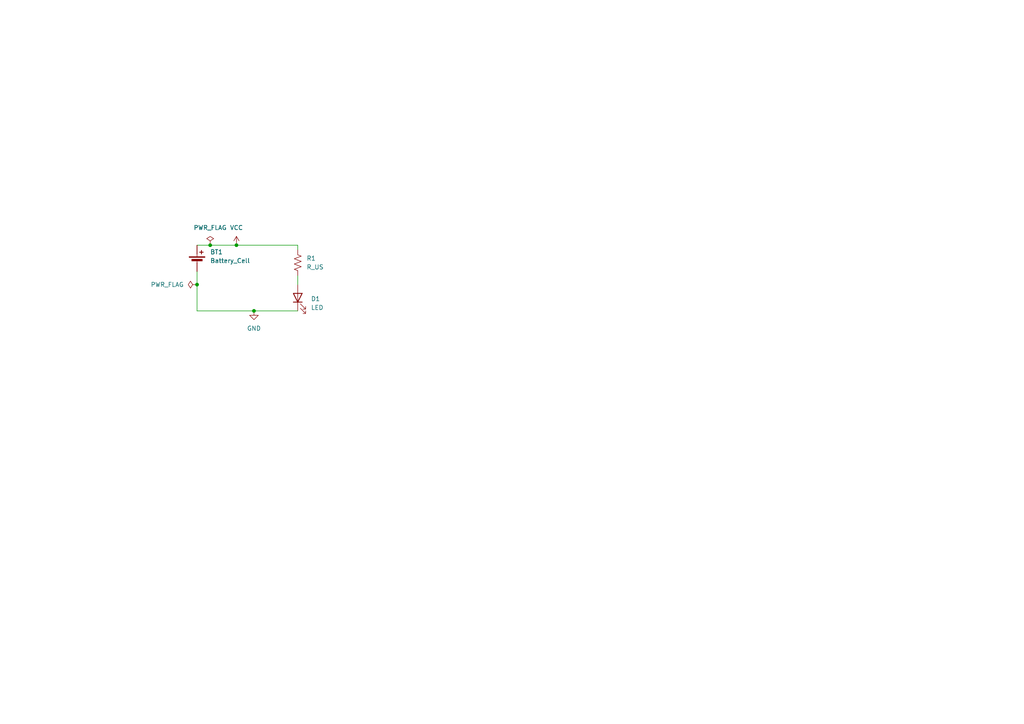
<source format=kicad_sch>
(kicad_sch
	(version 20250114)
	(generator "eeschema")
	(generator_version "9.0")
	(uuid "504a03b1-56bd-400e-8685-e6c9438c1c2f")
	(paper "A4")
	(lib_symbols
		(symbol "Device:Battery_Cell"
			(pin_numbers
				(hide yes)
			)
			(pin_names
				(offset 0)
				(hide yes)
			)
			(exclude_from_sim no)
			(in_bom yes)
			(on_board yes)
			(property "Reference" "BT"
				(at 2.54 2.54 0)
				(effects
					(font
						(size 1.27 1.27)
					)
					(justify left)
				)
			)
			(property "Value" "Battery_Cell"
				(at 2.54 0 0)
				(effects
					(font
						(size 1.27 1.27)
					)
					(justify left)
				)
			)
			(property "Footprint" ""
				(at 0 1.524 90)
				(effects
					(font
						(size 1.27 1.27)
					)
					(hide yes)
				)
			)
			(property "Datasheet" "~"
				(at 0 1.524 90)
				(effects
					(font
						(size 1.27 1.27)
					)
					(hide yes)
				)
			)
			(property "Description" "Single-cell battery"
				(at 0 0 0)
				(effects
					(font
						(size 1.27 1.27)
					)
					(hide yes)
				)
			)
			(property "ki_keywords" "battery cell"
				(at 0 0 0)
				(effects
					(font
						(size 1.27 1.27)
					)
					(hide yes)
				)
			)
			(symbol "Battery_Cell_0_1"
				(rectangle
					(start -2.286 1.778)
					(end 2.286 1.524)
					(stroke
						(width 0)
						(type default)
					)
					(fill
						(type outline)
					)
				)
				(rectangle
					(start -1.524 1.016)
					(end 1.524 0.508)
					(stroke
						(width 0)
						(type default)
					)
					(fill
						(type outline)
					)
				)
				(polyline
					(pts
						(xy 0 1.778) (xy 0 2.54)
					)
					(stroke
						(width 0)
						(type default)
					)
					(fill
						(type none)
					)
				)
				(polyline
					(pts
						(xy 0 0.762) (xy 0 0)
					)
					(stroke
						(width 0)
						(type default)
					)
					(fill
						(type none)
					)
				)
				(polyline
					(pts
						(xy 0.762 3.048) (xy 1.778 3.048)
					)
					(stroke
						(width 0.254)
						(type default)
					)
					(fill
						(type none)
					)
				)
				(polyline
					(pts
						(xy 1.27 3.556) (xy 1.27 2.54)
					)
					(stroke
						(width 0.254)
						(type default)
					)
					(fill
						(type none)
					)
				)
			)
			(symbol "Battery_Cell_1_1"
				(pin passive line
					(at 0 5.08 270)
					(length 2.54)
					(name "+"
						(effects
							(font
								(size 1.27 1.27)
							)
						)
					)
					(number "1"
						(effects
							(font
								(size 1.27 1.27)
							)
						)
					)
				)
				(pin passive line
					(at 0 -2.54 90)
					(length 2.54)
					(name "-"
						(effects
							(font
								(size 1.27 1.27)
							)
						)
					)
					(number "2"
						(effects
							(font
								(size 1.27 1.27)
							)
						)
					)
				)
			)
			(embedded_fonts no)
		)
		(symbol "Device:LED"
			(pin_numbers
				(hide yes)
			)
			(pin_names
				(offset 1.016)
				(hide yes)
			)
			(exclude_from_sim no)
			(in_bom yes)
			(on_board yes)
			(property "Reference" "D"
				(at 0 2.54 0)
				(effects
					(font
						(size 1.27 1.27)
					)
				)
			)
			(property "Value" "LED"
				(at 0 -2.54 0)
				(effects
					(font
						(size 1.27 1.27)
					)
				)
			)
			(property "Footprint" ""
				(at 0 0 0)
				(effects
					(font
						(size 1.27 1.27)
					)
					(hide yes)
				)
			)
			(property "Datasheet" "~"
				(at 0 0 0)
				(effects
					(font
						(size 1.27 1.27)
					)
					(hide yes)
				)
			)
			(property "Description" "Light emitting diode"
				(at 0 0 0)
				(effects
					(font
						(size 1.27 1.27)
					)
					(hide yes)
				)
			)
			(property "Sim.Pins" "1=K 2=A"
				(at 0 0 0)
				(effects
					(font
						(size 1.27 1.27)
					)
					(hide yes)
				)
			)
			(property "ki_keywords" "LED diode"
				(at 0 0 0)
				(effects
					(font
						(size 1.27 1.27)
					)
					(hide yes)
				)
			)
			(property "ki_fp_filters" "LED* LED_SMD:* LED_THT:*"
				(at 0 0 0)
				(effects
					(font
						(size 1.27 1.27)
					)
					(hide yes)
				)
			)
			(symbol "LED_0_1"
				(polyline
					(pts
						(xy -3.048 -0.762) (xy -4.572 -2.286) (xy -3.81 -2.286) (xy -4.572 -2.286) (xy -4.572 -1.524)
					)
					(stroke
						(width 0)
						(type default)
					)
					(fill
						(type none)
					)
				)
				(polyline
					(pts
						(xy -1.778 -0.762) (xy -3.302 -2.286) (xy -2.54 -2.286) (xy -3.302 -2.286) (xy -3.302 -1.524)
					)
					(stroke
						(width 0)
						(type default)
					)
					(fill
						(type none)
					)
				)
				(polyline
					(pts
						(xy -1.27 0) (xy 1.27 0)
					)
					(stroke
						(width 0)
						(type default)
					)
					(fill
						(type none)
					)
				)
				(polyline
					(pts
						(xy -1.27 -1.27) (xy -1.27 1.27)
					)
					(stroke
						(width 0.254)
						(type default)
					)
					(fill
						(type none)
					)
				)
				(polyline
					(pts
						(xy 1.27 -1.27) (xy 1.27 1.27) (xy -1.27 0) (xy 1.27 -1.27)
					)
					(stroke
						(width 0.254)
						(type default)
					)
					(fill
						(type none)
					)
				)
			)
			(symbol "LED_1_1"
				(pin passive line
					(at -3.81 0 0)
					(length 2.54)
					(name "K"
						(effects
							(font
								(size 1.27 1.27)
							)
						)
					)
					(number "1"
						(effects
							(font
								(size 1.27 1.27)
							)
						)
					)
				)
				(pin passive line
					(at 3.81 0 180)
					(length 2.54)
					(name "A"
						(effects
							(font
								(size 1.27 1.27)
							)
						)
					)
					(number "2"
						(effects
							(font
								(size 1.27 1.27)
							)
						)
					)
				)
			)
			(embedded_fonts no)
		)
		(symbol "Device:R_US"
			(pin_numbers
				(hide yes)
			)
			(pin_names
				(offset 0)
			)
			(exclude_from_sim no)
			(in_bom yes)
			(on_board yes)
			(property "Reference" "R"
				(at 2.54 0 90)
				(effects
					(font
						(size 1.27 1.27)
					)
				)
			)
			(property "Value" "R_US"
				(at -2.54 0 90)
				(effects
					(font
						(size 1.27 1.27)
					)
				)
			)
			(property "Footprint" ""
				(at 1.016 -0.254 90)
				(effects
					(font
						(size 1.27 1.27)
					)
					(hide yes)
				)
			)
			(property "Datasheet" "~"
				(at 0 0 0)
				(effects
					(font
						(size 1.27 1.27)
					)
					(hide yes)
				)
			)
			(property "Description" "Resistor, US symbol"
				(at 0 0 0)
				(effects
					(font
						(size 1.27 1.27)
					)
					(hide yes)
				)
			)
			(property "ki_keywords" "R res resistor"
				(at 0 0 0)
				(effects
					(font
						(size 1.27 1.27)
					)
					(hide yes)
				)
			)
			(property "ki_fp_filters" "R_*"
				(at 0 0 0)
				(effects
					(font
						(size 1.27 1.27)
					)
					(hide yes)
				)
			)
			(symbol "R_US_0_1"
				(polyline
					(pts
						(xy 0 2.286) (xy 0 2.54)
					)
					(stroke
						(width 0)
						(type default)
					)
					(fill
						(type none)
					)
				)
				(polyline
					(pts
						(xy 0 2.286) (xy 1.016 1.905) (xy 0 1.524) (xy -1.016 1.143) (xy 0 0.762)
					)
					(stroke
						(width 0)
						(type default)
					)
					(fill
						(type none)
					)
				)
				(polyline
					(pts
						(xy 0 0.762) (xy 1.016 0.381) (xy 0 0) (xy -1.016 -0.381) (xy 0 -0.762)
					)
					(stroke
						(width 0)
						(type default)
					)
					(fill
						(type none)
					)
				)
				(polyline
					(pts
						(xy 0 -0.762) (xy 1.016 -1.143) (xy 0 -1.524) (xy -1.016 -1.905) (xy 0 -2.286)
					)
					(stroke
						(width 0)
						(type default)
					)
					(fill
						(type none)
					)
				)
				(polyline
					(pts
						(xy 0 -2.286) (xy 0 -2.54)
					)
					(stroke
						(width 0)
						(type default)
					)
					(fill
						(type none)
					)
				)
			)
			(symbol "R_US_1_1"
				(pin passive line
					(at 0 3.81 270)
					(length 1.27)
					(name "~"
						(effects
							(font
								(size 1.27 1.27)
							)
						)
					)
					(number "1"
						(effects
							(font
								(size 1.27 1.27)
							)
						)
					)
				)
				(pin passive line
					(at 0 -3.81 90)
					(length 1.27)
					(name "~"
						(effects
							(font
								(size 1.27 1.27)
							)
						)
					)
					(number "2"
						(effects
							(font
								(size 1.27 1.27)
							)
						)
					)
				)
			)
			(embedded_fonts no)
		)
		(symbol "power:GND"
			(power)
			(pin_numbers
				(hide yes)
			)
			(pin_names
				(offset 0)
				(hide yes)
			)
			(exclude_from_sim no)
			(in_bom yes)
			(on_board yes)
			(property "Reference" "#PWR"
				(at 0 -6.35 0)
				(effects
					(font
						(size 1.27 1.27)
					)
					(hide yes)
				)
			)
			(property "Value" "GND"
				(at 0 -3.81 0)
				(effects
					(font
						(size 1.27 1.27)
					)
				)
			)
			(property "Footprint" ""
				(at 0 0 0)
				(effects
					(font
						(size 1.27 1.27)
					)
					(hide yes)
				)
			)
			(property "Datasheet" ""
				(at 0 0 0)
				(effects
					(font
						(size 1.27 1.27)
					)
					(hide yes)
				)
			)
			(property "Description" "Power symbol creates a global label with name \"GND\" , ground"
				(at 0 0 0)
				(effects
					(font
						(size 1.27 1.27)
					)
					(hide yes)
				)
			)
			(property "ki_keywords" "global power"
				(at 0 0 0)
				(effects
					(font
						(size 1.27 1.27)
					)
					(hide yes)
				)
			)
			(symbol "GND_0_1"
				(polyline
					(pts
						(xy 0 0) (xy 0 -1.27) (xy 1.27 -1.27) (xy 0 -2.54) (xy -1.27 -1.27) (xy 0 -1.27)
					)
					(stroke
						(width 0)
						(type default)
					)
					(fill
						(type none)
					)
				)
			)
			(symbol "GND_1_1"
				(pin power_in line
					(at 0 0 270)
					(length 0)
					(name "~"
						(effects
							(font
								(size 1.27 1.27)
							)
						)
					)
					(number "1"
						(effects
							(font
								(size 1.27 1.27)
							)
						)
					)
				)
			)
			(embedded_fonts no)
		)
		(symbol "power:PWR_FLAG"
			(power)
			(pin_numbers
				(hide yes)
			)
			(pin_names
				(offset 0)
				(hide yes)
			)
			(exclude_from_sim no)
			(in_bom yes)
			(on_board yes)
			(property "Reference" "#FLG"
				(at 0 1.905 0)
				(effects
					(font
						(size 1.27 1.27)
					)
					(hide yes)
				)
			)
			(property "Value" "PWR_FLAG"
				(at 0 3.81 0)
				(effects
					(font
						(size 1.27 1.27)
					)
				)
			)
			(property "Footprint" ""
				(at 0 0 0)
				(effects
					(font
						(size 1.27 1.27)
					)
					(hide yes)
				)
			)
			(property "Datasheet" "~"
				(at 0 0 0)
				(effects
					(font
						(size 1.27 1.27)
					)
					(hide yes)
				)
			)
			(property "Description" "Special symbol for telling ERC where power comes from"
				(at 0 0 0)
				(effects
					(font
						(size 1.27 1.27)
					)
					(hide yes)
				)
			)
			(property "ki_keywords" "flag power"
				(at 0 0 0)
				(effects
					(font
						(size 1.27 1.27)
					)
					(hide yes)
				)
			)
			(symbol "PWR_FLAG_0_0"
				(pin power_out line
					(at 0 0 90)
					(length 0)
					(name "~"
						(effects
							(font
								(size 1.27 1.27)
							)
						)
					)
					(number "1"
						(effects
							(font
								(size 1.27 1.27)
							)
						)
					)
				)
			)
			(symbol "PWR_FLAG_0_1"
				(polyline
					(pts
						(xy 0 0) (xy 0 1.27) (xy -1.016 1.905) (xy 0 2.54) (xy 1.016 1.905) (xy 0 1.27)
					)
					(stroke
						(width 0)
						(type default)
					)
					(fill
						(type none)
					)
				)
			)
			(embedded_fonts no)
		)
		(symbol "power:VCC"
			(power)
			(pin_numbers
				(hide yes)
			)
			(pin_names
				(offset 0)
				(hide yes)
			)
			(exclude_from_sim no)
			(in_bom yes)
			(on_board yes)
			(property "Reference" "#PWR"
				(at 0 -3.81 0)
				(effects
					(font
						(size 1.27 1.27)
					)
					(hide yes)
				)
			)
			(property "Value" "VCC"
				(at 0 3.556 0)
				(effects
					(font
						(size 1.27 1.27)
					)
				)
			)
			(property "Footprint" ""
				(at 0 0 0)
				(effects
					(font
						(size 1.27 1.27)
					)
					(hide yes)
				)
			)
			(property "Datasheet" ""
				(at 0 0 0)
				(effects
					(font
						(size 1.27 1.27)
					)
					(hide yes)
				)
			)
			(property "Description" "Power symbol creates a global label with name \"VCC\""
				(at 0 0 0)
				(effects
					(font
						(size 1.27 1.27)
					)
					(hide yes)
				)
			)
			(property "ki_keywords" "global power"
				(at 0 0 0)
				(effects
					(font
						(size 1.27 1.27)
					)
					(hide yes)
				)
			)
			(symbol "VCC_0_1"
				(polyline
					(pts
						(xy -0.762 1.27) (xy 0 2.54)
					)
					(stroke
						(width 0)
						(type default)
					)
					(fill
						(type none)
					)
				)
				(polyline
					(pts
						(xy 0 2.54) (xy 0.762 1.27)
					)
					(stroke
						(width 0)
						(type default)
					)
					(fill
						(type none)
					)
				)
				(polyline
					(pts
						(xy 0 0) (xy 0 2.54)
					)
					(stroke
						(width 0)
						(type default)
					)
					(fill
						(type none)
					)
				)
			)
			(symbol "VCC_1_1"
				(pin power_in line
					(at 0 0 90)
					(length 0)
					(name "~"
						(effects
							(font
								(size 1.27 1.27)
							)
						)
					)
					(number "1"
						(effects
							(font
								(size 1.27 1.27)
							)
						)
					)
				)
			)
			(embedded_fonts no)
		)
	)
	(junction
		(at 57.15 82.55)
		(diameter 0)
		(color 0 0 0 0)
		(uuid "2201e9e1-3437-4d92-be23-d2530b333714")
	)
	(junction
		(at 60.96 71.12)
		(diameter 0)
		(color 0 0 0 0)
		(uuid "2e7b005d-f85b-4e11-8bef-33eff2a507a2")
	)
	(junction
		(at 68.58 71.12)
		(diameter 0)
		(color 0 0 0 0)
		(uuid "a6cfce11-b956-4b39-b546-8692f935c203")
	)
	(junction
		(at 73.66 90.17)
		(diameter 0)
		(color 0 0 0 0)
		(uuid "bd430545-58c2-4ffd-91ae-1bfca7e131de")
	)
	(wire
		(pts
			(xy 86.36 90.17) (xy 73.66 90.17)
		)
		(stroke
			(width 0)
			(type default)
		)
		(uuid "03d5538f-856c-435a-9e9a-d96afdeac400")
	)
	(wire
		(pts
			(xy 86.36 80.01) (xy 86.36 82.55)
		)
		(stroke
			(width 0)
			(type default)
		)
		(uuid "0fdfb523-43db-4223-a7c1-7b387c8abcb6")
	)
	(wire
		(pts
			(xy 57.15 78.74) (xy 57.15 82.55)
		)
		(stroke
			(width 0)
			(type default)
		)
		(uuid "33ca28bb-d284-42a6-b6ab-888bd1d9f1db")
	)
	(wire
		(pts
			(xy 68.58 71.12) (xy 86.36 71.12)
		)
		(stroke
			(width 0)
			(type default)
		)
		(uuid "5bacd39e-b70b-4dcc-8dab-fc596f740907")
	)
	(wire
		(pts
			(xy 57.15 71.12) (xy 60.96 71.12)
		)
		(stroke
			(width 0)
			(type default)
		)
		(uuid "e1dbecae-0ecb-435b-a033-51e89417100e")
	)
	(wire
		(pts
			(xy 86.36 71.12) (xy 86.36 72.39)
		)
		(stroke
			(width 0)
			(type default)
		)
		(uuid "f20e3cd5-1076-477f-96a8-9d63d4a8536f")
	)
	(wire
		(pts
			(xy 73.66 90.17) (xy 57.15 90.17)
		)
		(stroke
			(width 0)
			(type default)
		)
		(uuid "f2da1eb5-9392-4cbf-ad20-09a5c31cb4ab")
	)
	(wire
		(pts
			(xy 57.15 82.55) (xy 57.15 90.17)
		)
		(stroke
			(width 0)
			(type default)
		)
		(uuid "fdaebede-ca8c-41dc-a8c2-2eb76ddde907")
	)
	(wire
		(pts
			(xy 60.96 71.12) (xy 68.58 71.12)
		)
		(stroke
			(width 0)
			(type default)
		)
		(uuid "fee2b278-a704-4206-ab6f-af229c47b2e8")
	)
	(symbol
		(lib_id "Device:Battery_Cell")
		(at 57.15 76.2 0)
		(unit 1)
		(exclude_from_sim no)
		(in_bom yes)
		(on_board yes)
		(dnp no)
		(fields_autoplaced yes)
		(uuid "49a15226-31ff-4dbb-8abf-247f072a9462")
		(property "Reference" "BT1"
			(at 60.96 73.0884 0)
			(effects
				(font
					(size 1.27 1.27)
				)
				(justify left)
			)
		)
		(property "Value" "Battery_Cell"
			(at 60.96 75.6284 0)
			(effects
				(font
					(size 1.27 1.27)
				)
				(justify left)
			)
		)
		(property "Footprint" "Battery:BatteryHolder_Keystone_1060_1x2032"
			(at 57.15 74.676 90)
			(effects
				(font
					(size 1.27 1.27)
				)
				(hide yes)
			)
		)
		(property "Datasheet" "~"
			(at 57.15 74.676 90)
			(effects
				(font
					(size 1.27 1.27)
				)
				(hide yes)
			)
		)
		(property "Description" "Single-cell battery"
			(at 57.15 76.2 0)
			(effects
				(font
					(size 1.27 1.27)
				)
				(hide yes)
			)
		)
		(pin "1"
			(uuid "b1e9c236-4546-46bc-bc7b-a831472aa8b0")
		)
		(pin "2"
			(uuid "a92bb856-41e2-49e5-9775-74d82ffcab92")
		)
		(instances
			(project ""
				(path "/504a03b1-56bd-400e-8685-e6c9438c1c2f"
					(reference "BT1")
					(unit 1)
				)
			)
		)
	)
	(symbol
		(lib_id "power:PWR_FLAG")
		(at 57.15 82.55 90)
		(unit 1)
		(exclude_from_sim no)
		(in_bom yes)
		(on_board yes)
		(dnp no)
		(fields_autoplaced yes)
		(uuid "6f5d3fe6-fb5e-4f0f-866e-96ab6027199b")
		(property "Reference" "#FLG02"
			(at 55.245 82.55 0)
			(effects
				(font
					(size 1.27 1.27)
				)
				(hide yes)
			)
		)
		(property "Value" "PWR_FLAG"
			(at 53.34 82.5499 90)
			(effects
				(font
					(size 1.27 1.27)
				)
				(justify left)
			)
		)
		(property "Footprint" ""
			(at 57.15 82.55 0)
			(effects
				(font
					(size 1.27 1.27)
				)
				(hide yes)
			)
		)
		(property "Datasheet" "~"
			(at 57.15 82.55 0)
			(effects
				(font
					(size 1.27 1.27)
				)
				(hide yes)
			)
		)
		(property "Description" "Special symbol for telling ERC where power comes from"
			(at 57.15 82.55 0)
			(effects
				(font
					(size 1.27 1.27)
				)
				(hide yes)
			)
		)
		(pin "1"
			(uuid "0ddeb1ec-7d72-4cac-9bf5-a2f5ccf62a73")
		)
		(instances
			(project "experiment_4"
				(path "/504a03b1-56bd-400e-8685-e6c9438c1c2f"
					(reference "#FLG02")
					(unit 1)
				)
			)
		)
	)
	(symbol
		(lib_id "Device:R_US")
		(at 86.36 76.2 0)
		(unit 1)
		(exclude_from_sim no)
		(in_bom yes)
		(on_board yes)
		(dnp no)
		(fields_autoplaced yes)
		(uuid "77aa4b55-4b9e-49a5-b851-2fa45f7b5704")
		(property "Reference" "R1"
			(at 88.9 74.9299 0)
			(effects
				(font
					(size 1.27 1.27)
				)
				(justify left)
			)
		)
		(property "Value" "R_US"
			(at 88.9 77.4699 0)
			(effects
				(font
					(size 1.27 1.27)
				)
				(justify left)
			)
		)
		(property "Footprint" "Resistor_THT:R_Axial_DIN0309_L9.0mm_D3.2mm_P12.70mm_Horizontal"
			(at 87.376 76.454 90)
			(effects
				(font
					(size 1.27 1.27)
				)
				(hide yes)
			)
		)
		(property "Datasheet" "~"
			(at 86.36 76.2 0)
			(effects
				(font
					(size 1.27 1.27)
				)
				(hide yes)
			)
		)
		(property "Description" "Resistor, US symbol"
			(at 86.36 76.2 0)
			(effects
				(font
					(size 1.27 1.27)
				)
				(hide yes)
			)
		)
		(pin "2"
			(uuid "a22f96e8-7028-4c40-bbec-2c89fa20b417")
		)
		(pin "1"
			(uuid "08c2ad8c-362a-4a70-a1b0-3aa04a1d3809")
		)
		(instances
			(project ""
				(path "/504a03b1-56bd-400e-8685-e6c9438c1c2f"
					(reference "R1")
					(unit 1)
				)
			)
		)
	)
	(symbol
		(lib_id "power:VCC")
		(at 68.58 71.12 0)
		(unit 1)
		(exclude_from_sim no)
		(in_bom yes)
		(on_board yes)
		(dnp no)
		(fields_autoplaced yes)
		(uuid "806109c6-6d8e-425d-b3ec-ede190772d14")
		(property "Reference" "#PWR01"
			(at 68.58 74.93 0)
			(effects
				(font
					(size 1.27 1.27)
				)
				(hide yes)
			)
		)
		(property "Value" "VCC"
			(at 68.58 66.04 0)
			(effects
				(font
					(size 1.27 1.27)
				)
			)
		)
		(property "Footprint" ""
			(at 68.58 71.12 0)
			(effects
				(font
					(size 1.27 1.27)
				)
				(hide yes)
			)
		)
		(property "Datasheet" ""
			(at 68.58 71.12 0)
			(effects
				(font
					(size 1.27 1.27)
				)
				(hide yes)
			)
		)
		(property "Description" "Power symbol creates a global label with name \"VCC\""
			(at 68.58 71.12 0)
			(effects
				(font
					(size 1.27 1.27)
				)
				(hide yes)
			)
		)
		(pin "1"
			(uuid "f98d2316-3600-42d1-81ec-f516d74e1bb2")
		)
		(instances
			(project ""
				(path "/504a03b1-56bd-400e-8685-e6c9438c1c2f"
					(reference "#PWR01")
					(unit 1)
				)
			)
		)
	)
	(symbol
		(lib_id "Device:LED")
		(at 86.36 86.36 90)
		(unit 1)
		(exclude_from_sim no)
		(in_bom yes)
		(on_board yes)
		(dnp no)
		(fields_autoplaced yes)
		(uuid "84b830bf-eaa6-4287-86ad-ae9077d75309")
		(property "Reference" "D1"
			(at 90.17 86.6774 90)
			(effects
				(font
					(size 1.27 1.27)
				)
				(justify right)
			)
		)
		(property "Value" "LED"
			(at 90.17 89.2174 90)
			(effects
				(font
					(size 1.27 1.27)
				)
				(justify right)
			)
		)
		(property "Footprint" "LED_THT:LED_D5.0mm"
			(at 86.36 86.36 0)
			(effects
				(font
					(size 1.27 1.27)
				)
				(hide yes)
			)
		)
		(property "Datasheet" "~"
			(at 86.36 86.36 0)
			(effects
				(font
					(size 1.27 1.27)
				)
				(hide yes)
			)
		)
		(property "Description" "Light emitting diode"
			(at 86.36 86.36 0)
			(effects
				(font
					(size 1.27 1.27)
				)
				(hide yes)
			)
		)
		(property "Sim.Pins" "1=K 2=A"
			(at 86.36 86.36 0)
			(effects
				(font
					(size 1.27 1.27)
				)
				(hide yes)
			)
		)
		(pin "2"
			(uuid "a2ebfabf-8e0d-4ebf-8416-8469d0b88dc7")
		)
		(pin "1"
			(uuid "0ac72403-6176-4e53-90fe-5e7fdae140bd")
		)
		(instances
			(project ""
				(path "/504a03b1-56bd-400e-8685-e6c9438c1c2f"
					(reference "D1")
					(unit 1)
				)
			)
		)
	)
	(symbol
		(lib_id "power:PWR_FLAG")
		(at 60.96 71.12 0)
		(unit 1)
		(exclude_from_sim no)
		(in_bom yes)
		(on_board yes)
		(dnp no)
		(fields_autoplaced yes)
		(uuid "dc72ef6d-dba6-4010-b0ff-5db257a27370")
		(property "Reference" "#FLG01"
			(at 60.96 69.215 0)
			(effects
				(font
					(size 1.27 1.27)
				)
				(hide yes)
			)
		)
		(property "Value" "PWR_FLAG"
			(at 60.96 66.04 0)
			(effects
				(font
					(size 1.27 1.27)
				)
			)
		)
		(property "Footprint" ""
			(at 60.96 71.12 0)
			(effects
				(font
					(size 1.27 1.27)
				)
				(hide yes)
			)
		)
		(property "Datasheet" "~"
			(at 60.96 71.12 0)
			(effects
				(font
					(size 1.27 1.27)
				)
				(hide yes)
			)
		)
		(property "Description" "Special symbol for telling ERC where power comes from"
			(at 60.96 71.12 0)
			(effects
				(font
					(size 1.27 1.27)
				)
				(hide yes)
			)
		)
		(pin "1"
			(uuid "3d5eb6da-470f-4e92-b57c-3139caf44a6b")
		)
		(instances
			(project ""
				(path "/504a03b1-56bd-400e-8685-e6c9438c1c2f"
					(reference "#FLG01")
					(unit 1)
				)
			)
		)
	)
	(symbol
		(lib_id "power:GND")
		(at 73.66 90.17 0)
		(unit 1)
		(exclude_from_sim no)
		(in_bom yes)
		(on_board yes)
		(dnp no)
		(fields_autoplaced yes)
		(uuid "e0c2c1ff-ffbd-468f-8d56-e758367c4ee6")
		(property "Reference" "#PWR02"
			(at 73.66 96.52 0)
			(effects
				(font
					(size 1.27 1.27)
				)
				(hide yes)
			)
		)
		(property "Value" "GND"
			(at 73.66 95.25 0)
			(effects
				(font
					(size 1.27 1.27)
				)
			)
		)
		(property "Footprint" ""
			(at 73.66 90.17 0)
			(effects
				(font
					(size 1.27 1.27)
				)
				(hide yes)
			)
		)
		(property "Datasheet" ""
			(at 73.66 90.17 0)
			(effects
				(font
					(size 1.27 1.27)
				)
				(hide yes)
			)
		)
		(property "Description" "Power symbol creates a global label with name \"GND\" , ground"
			(at 73.66 90.17 0)
			(effects
				(font
					(size 1.27 1.27)
				)
				(hide yes)
			)
		)
		(pin "1"
			(uuid "0b14be53-eea3-4a4c-9f22-c8df2abcf494")
		)
		(instances
			(project ""
				(path "/504a03b1-56bd-400e-8685-e6c9438c1c2f"
					(reference "#PWR02")
					(unit 1)
				)
			)
		)
	)
	(sheet_instances
		(path "/"
			(page "1")
		)
	)
	(embedded_fonts no)
)

</source>
